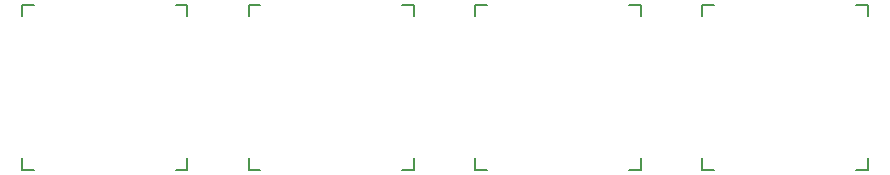
<source format=gbo>
G04 #@! TF.GenerationSoftware,KiCad,Pcbnew,6.0.11-2627ca5db0~126~ubuntu22.04.1*
G04 #@! TF.CreationDate,2024-05-05T17:07:35-04:00*
G04 #@! TF.ProjectId,io-board,696f2d62-6f61-4726-942e-6b696361645f,rev?*
G04 #@! TF.SameCoordinates,Original*
G04 #@! TF.FileFunction,Legend,Bot*
G04 #@! TF.FilePolarity,Positive*
%FSLAX46Y46*%
G04 Gerber Fmt 4.6, Leading zero omitted, Abs format (unit mm)*
G04 Created by KiCad (PCBNEW 6.0.11-2627ca5db0~126~ubuntu22.04.1) date 2024-05-05 17:07:35*
%MOMM*%
%LPD*%
G01*
G04 APERTURE LIST*
%ADD10C,0.150000*%
%ADD11C,5.600000*%
%ADD12C,1.524000*%
%ADD13O,2.900000X3.000000*%
%ADD14C,3.000000*%
%ADD15C,1.701800*%
%ADD16C,3.987800*%
G04 APERTURE END LIST*
D10*
X158402598Y-93210000D02*
X157402598Y-93210000D01*
X144402598Y-79210000D02*
X145402598Y-79210000D01*
X158402598Y-93210000D02*
X158402598Y-92210000D01*
X144402598Y-92210000D02*
X144402598Y-93210000D01*
X158402598Y-80210000D02*
X158402598Y-79210000D01*
X157402598Y-79210000D02*
X158402598Y-79210000D01*
X145402598Y-93210000D02*
X144402598Y-93210000D01*
X144402598Y-79210000D02*
X144402598Y-80210000D01*
X126202598Y-93210000D02*
X125202598Y-93210000D01*
X139202598Y-93210000D02*
X138202598Y-93210000D01*
X125202598Y-79210000D02*
X125202598Y-80210000D01*
X138202598Y-79210000D02*
X139202598Y-79210000D01*
X125202598Y-92210000D02*
X125202598Y-93210000D01*
X125202598Y-79210000D02*
X126202598Y-79210000D01*
X139202598Y-93210000D02*
X139202598Y-92210000D01*
X139202598Y-80210000D02*
X139202598Y-79210000D01*
X163612598Y-92210000D02*
X163612598Y-93210000D01*
X176612598Y-79210000D02*
X177612598Y-79210000D01*
X177612598Y-93210000D02*
X176612598Y-93210000D01*
X177612598Y-80210000D02*
X177612598Y-79210000D01*
X164612598Y-93210000D02*
X163612598Y-93210000D01*
X163612598Y-79210000D02*
X163612598Y-80210000D01*
X177612598Y-93210000D02*
X177612598Y-92210000D01*
X163612598Y-79210000D02*
X164612598Y-79210000D01*
X120022598Y-93209999D02*
X120022598Y-92209999D01*
X120022598Y-93209999D02*
X119022598Y-93209999D01*
X119022598Y-79209999D02*
X120022598Y-79209999D01*
X107022598Y-93209999D02*
X106022598Y-93209999D01*
X106022598Y-79209999D02*
X106022598Y-80209999D01*
X120022598Y-80209999D02*
X120022598Y-79209999D01*
X106022598Y-92209999D02*
X106022598Y-93209999D01*
X106022598Y-79209999D02*
X107022598Y-79209999D01*
%LPC*%
D11*
X194372598Y-99740000D03*
D12*
X185972598Y-93660000D03*
X190972598Y-93660000D03*
X188472598Y-93660000D03*
X185972598Y-79160000D03*
X190972598Y-79160000D03*
D13*
X181872598Y-86160000D03*
X195072598Y-86160000D03*
D11*
X101372598Y-86230000D03*
D14*
X155212598Y-83670000D03*
D15*
X156482598Y-86210000D03*
X146322598Y-86210000D03*
D16*
X151402598Y-86210000D03*
D14*
X148862598Y-81130000D03*
X136012598Y-83670000D03*
D16*
X132202598Y-86210000D03*
D15*
X127122598Y-86210000D03*
X137282598Y-86210000D03*
D14*
X129662598Y-81130000D03*
D15*
X165532598Y-86210000D03*
D14*
X174422598Y-83670000D03*
D15*
X175692598Y-86210000D03*
D14*
X168072598Y-81130000D03*
D16*
X170612598Y-86210000D03*
D15*
X118102598Y-86209999D03*
D16*
X113022598Y-86209999D03*
D15*
X107942598Y-86209999D03*
D14*
X110482598Y-81129999D03*
X116832598Y-83669999D03*
M02*

</source>
